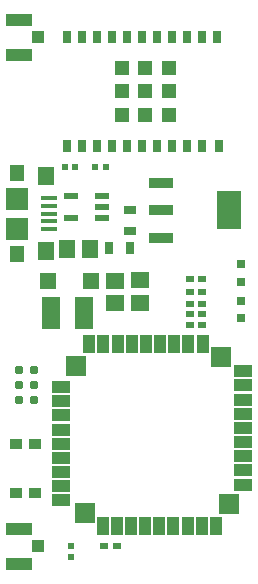
<source format=gtp>
G04 Layer_Color=8421504*
%FSLAX24Y24*%
%MOIN*%
G70*
G01*
G75*
%ADD10R,0.0866X0.0413*%
%ADD11R,0.0394X0.0413*%
%ADD12R,0.0250X0.0200*%
%ADD13R,0.0600X0.0520*%
%ADD14R,0.0315X0.0315*%
%ADD15R,0.0197X0.0236*%
%ADD16R,0.0630X0.1070*%
%ADD17R,0.0400X0.0300*%
%ADD18R,0.0300X0.0400*%
%ADD19R,0.0560X0.0560*%
%ADD20R,0.0532X0.0157*%
%ADD21R,0.0551X0.0630*%
%ADD22R,0.0512X0.0571*%
%ADD23R,0.0748X0.0748*%
%ADD24C,0.0310*%
%ADD25R,0.0520X0.0600*%
%ADD26R,0.0220X0.0228*%
%ADD27R,0.0480X0.0220*%
%ADD28R,0.0846X0.0374*%
%ADD29R,0.0846X0.1280*%
%ADD30R,0.0394X0.0591*%
%ADD31R,0.0591X0.0394*%
%ADD32R,0.0591X0.0394*%
%ADD33R,0.0670X0.0670*%
%ADD34R,0.0315X0.0394*%
%ADD35R,0.0472X0.0472*%
%ADD36R,0.0394X0.0354*%
D10*
X689Y3602D02*
D03*
Y4764D02*
D03*
X689Y21732D02*
D03*
Y20571D02*
D03*
D11*
X1309Y4183D02*
D03*
X1309Y21152D02*
D03*
D12*
X6781Y11919D02*
D03*
X6368D02*
D03*
X6781Y12264D02*
D03*
X6368D02*
D03*
X6781Y11555D02*
D03*
X6368D02*
D03*
X3533Y4203D02*
D03*
X3947D02*
D03*
X6781Y12657D02*
D03*
X6368D02*
D03*
Y13091D02*
D03*
X6781D02*
D03*
D13*
X3878Y12287D02*
D03*
Y13041D02*
D03*
X4715Y12297D02*
D03*
Y13051D02*
D03*
D14*
X8091Y12372D02*
D03*
Y11782D02*
D03*
Y13602D02*
D03*
Y13012D02*
D03*
D15*
X3219Y16831D02*
D03*
X3573D02*
D03*
X2205D02*
D03*
X2559D02*
D03*
D16*
X1753Y11968D02*
D03*
X2864D02*
D03*
D17*
X4372Y15393D02*
D03*
Y14693D02*
D03*
D18*
X3692Y14117D02*
D03*
X4392D02*
D03*
D19*
X3100Y13032D02*
D03*
X1642D02*
D03*
D20*
X1683Y15787D02*
D03*
Y15532D02*
D03*
Y15276D02*
D03*
Y14764D02*
D03*
Y15020D02*
D03*
D21*
X1594Y16535D02*
D03*
Y14016D02*
D03*
D22*
X630Y13927D02*
D03*
X630Y16624D02*
D03*
D23*
X630Y14765D02*
D03*
X630Y15749D02*
D03*
D24*
X675Y10063D02*
D03*
X1175Y9063D02*
D03*
X675D02*
D03*
X1175Y9563D02*
D03*
Y10063D02*
D03*
X675Y9563D02*
D03*
D25*
X2293Y14114D02*
D03*
X3047D02*
D03*
D26*
X2416Y4203D02*
D03*
Y3825D02*
D03*
D27*
X2413Y15118D02*
D03*
Y15872D02*
D03*
X3445D02*
D03*
Y15492D02*
D03*
Y15118D02*
D03*
D28*
X5404Y15384D02*
D03*
Y16289D02*
D03*
Y14478D02*
D03*
D29*
X7687Y15384D02*
D03*
D30*
X5859Y10932D02*
D03*
X6305Y4868D02*
D03*
X5387Y10932D02*
D03*
X4442D02*
D03*
X5833Y4868D02*
D03*
X3497Y10932D02*
D03*
X6331D02*
D03*
X4914D02*
D03*
X6804D02*
D03*
X4888Y4868D02*
D03*
X3943D02*
D03*
X4415D02*
D03*
X3969Y10932D02*
D03*
X3024D02*
D03*
X7250Y4868D02*
D03*
X5360D02*
D03*
X6778D02*
D03*
X3470D02*
D03*
D31*
X2100Y6662D02*
D03*
X8163Y7664D02*
D03*
Y9081D02*
D03*
X2100Y8552D02*
D03*
Y7607D02*
D03*
X8163Y6719D02*
D03*
Y7191D02*
D03*
X2100Y8079D02*
D03*
Y7134D02*
D03*
Y9024D02*
D03*
X8163Y6246D02*
D03*
Y9554D02*
D03*
Y10026D02*
D03*
X2100Y9496D02*
D03*
X8163Y8136D02*
D03*
Y8609D02*
D03*
D32*
X2100Y6189D02*
D03*
Y5717D02*
D03*
D33*
X2884Y5297D02*
D03*
X2584Y10197D02*
D03*
X7434Y10497D02*
D03*
X7684Y5597D02*
D03*
D34*
X6800Y21165D02*
D03*
X6300D02*
D03*
X5800D02*
D03*
X5300D02*
D03*
X4800D02*
D03*
X4300D02*
D03*
X3800D02*
D03*
X3300D02*
D03*
X2800D02*
D03*
X2300D02*
D03*
X7300D02*
D03*
X7350Y17543D02*
D03*
X6800D02*
D03*
X6300D02*
D03*
X5800D02*
D03*
X5300D02*
D03*
X4792D02*
D03*
X4300D02*
D03*
X3800D02*
D03*
X3300D02*
D03*
X2800D02*
D03*
X2300D02*
D03*
D35*
X5686Y20142D02*
D03*
X4898D02*
D03*
X4111D02*
D03*
X5686Y19354D02*
D03*
Y18567D02*
D03*
X4898Y19354D02*
D03*
Y18567D02*
D03*
X4111D02*
D03*
Y19354D02*
D03*
D36*
X581Y7589D02*
D03*
Y5974D02*
D03*
X1211Y7589D02*
D03*
Y5974D02*
D03*
M02*

</source>
